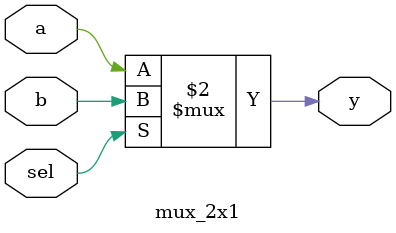
<source format=v>
`timescale 1ns / 1ps


module mux_2x1(
    input sel,
    input a,
    input b,
    output y
);

    assign y = (sel == 0) ? a : b;
    
endmodule

</source>
